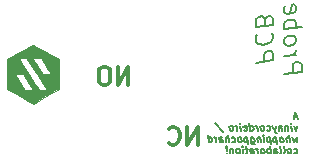
<source format=gbo>
%TF.GenerationSoftware,KiCad,Pcbnew,(6.0.4)*%
%TF.CreationDate,2022-03-24T18:37:27-03:00*%
%TF.ProjectId,PCB_Klicky_Probe,5043425f-4b6c-4696-936b-795f50726f62,rev?*%
%TF.SameCoordinates,Original*%
%TF.FileFunction,Legend,Bot*%
%TF.FilePolarity,Positive*%
%FSLAX46Y46*%
G04 Gerber Fmt 4.6, Leading zero omitted, Abs format (unit mm)*
G04 Created by KiCad (PCBNEW (6.0.4)) date 2022-03-24 18:37:27*
%MOMM*%
%LPD*%
G01*
G04 APERTURE LIST*
%ADD10C,0.005170*%
%ADD11C,0.150000*%
%ADD12C,0.300000*%
%ADD13C,2.540000*%
%ADD14C,6.350000*%
G04 APERTURE END LIST*
D10*
G36*
X94480441Y-84958391D02*
G01*
X95565129Y-85575149D01*
X95565646Y-86188031D01*
X94526175Y-86188031D01*
X94497494Y-86143589D01*
X94055403Y-85463011D01*
X93717697Y-85462753D01*
X93379992Y-85462753D01*
X93388518Y-85477222D01*
X93524791Y-85684207D01*
X93840170Y-86161159D01*
X93857998Y-86188031D01*
X93306353Y-86188031D01*
X92829896Y-85468179D01*
X92499942Y-85467920D01*
X92169988Y-85467920D01*
X92178514Y-85482131D01*
X92644119Y-86188031D01*
X91241879Y-86188031D01*
X91242655Y-85575149D01*
X92319333Y-84958391D01*
X93396011Y-84341632D01*
X94480441Y-84958391D01*
G37*
X94480441Y-84958391D02*
X95565129Y-85575149D01*
X95565646Y-86188031D01*
X94526175Y-86188031D01*
X94497494Y-86143589D01*
X94055403Y-85463011D01*
X93717697Y-85462753D01*
X93379992Y-85462753D01*
X93388518Y-85477222D01*
X93524791Y-85684207D01*
X93840170Y-86161159D01*
X93857998Y-86188031D01*
X93306353Y-86188031D01*
X92829896Y-85468179D01*
X92499942Y-85467920D01*
X92169988Y-85467920D01*
X92178514Y-85482131D01*
X92644119Y-86188031D01*
X91241879Y-86188031D01*
X91242655Y-85575149D01*
X92319333Y-84958391D01*
X93396011Y-84341632D01*
X94480441Y-84958391D01*
G36*
X93074584Y-86840705D02*
G01*
X93601167Y-87638072D01*
X93065799Y-87638072D01*
X92974848Y-87500613D01*
X92525005Y-86822876D01*
X92195051Y-86822618D01*
X91865097Y-86822618D01*
X91873365Y-86836829D01*
X92322433Y-87517924D01*
X92401757Y-87638072D01*
X91240329Y-87638072D01*
X91241104Y-86826494D01*
X91241879Y-86188031D01*
X92644119Y-86188031D01*
X93074584Y-86840705D01*
G37*
X93074584Y-86840705D02*
X93601167Y-87638072D01*
X93065799Y-87638072D01*
X92974848Y-87500613D01*
X92525005Y-86822876D01*
X92195051Y-86822618D01*
X91865097Y-86822618D01*
X91873365Y-86836829D01*
X92322433Y-87517924D01*
X92401757Y-87638072D01*
X91240329Y-87638072D01*
X91241104Y-86826494D01*
X91241879Y-86188031D01*
X92644119Y-86188031D01*
X93074584Y-86840705D01*
G36*
X92762975Y-88184809D02*
G01*
X93095513Y-88186359D01*
X93225106Y-88186513D01*
X93330401Y-88185924D01*
X93400934Y-88184713D01*
X93419895Y-88183912D01*
X93426242Y-88183000D01*
X93312551Y-88010618D01*
X93065799Y-87638072D01*
X93601167Y-87638072D01*
X93962385Y-88184809D01*
X94294923Y-88186100D01*
X94426051Y-88186289D01*
X94531269Y-88185790D01*
X94601061Y-88184671D01*
X94619698Y-88183900D01*
X94625910Y-88183000D01*
X94265725Y-87638072D01*
X95567196Y-87638072D01*
X95567713Y-88072671D01*
X94491035Y-88695888D01*
X94490776Y-88695888D01*
X93728392Y-89136270D01*
X93407380Y-89319623D01*
X93319484Y-89270701D01*
X93085171Y-89137312D01*
X92320108Y-88698731D01*
X91239812Y-88077838D01*
X91240329Y-87638072D01*
X92401757Y-87638072D01*
X92762975Y-88184809D01*
G37*
X92762975Y-88184809D02*
X93095513Y-88186359D01*
X93225106Y-88186513D01*
X93330401Y-88185924D01*
X93400934Y-88184713D01*
X93419895Y-88183912D01*
X93426242Y-88183000D01*
X93312551Y-88010618D01*
X93065799Y-87638072D01*
X93601167Y-87638072D01*
X93962385Y-88184809D01*
X94294923Y-88186100D01*
X94426051Y-88186289D01*
X94531269Y-88185790D01*
X94601061Y-88184671D01*
X94619698Y-88183900D01*
X94625910Y-88183000D01*
X94265725Y-87638072D01*
X95567196Y-87638072D01*
X95567713Y-88072671D01*
X94491035Y-88695888D01*
X94490776Y-88695888D01*
X93728392Y-89136270D01*
X93407380Y-89319623D01*
X93319484Y-89270701D01*
X93085171Y-89137312D01*
X92320108Y-88698731D01*
X91239812Y-88077838D01*
X91240329Y-87638072D01*
X92401757Y-87638072D01*
X92762975Y-88184809D01*
G36*
X94283037Y-86830111D02*
G01*
X94612991Y-86831403D01*
X94741340Y-86831597D01*
X94845840Y-86831098D01*
X94915953Y-86829975D01*
X94934819Y-86829203D01*
X94941136Y-86828302D01*
X94816383Y-86635209D01*
X94526175Y-86188031D01*
X95565646Y-86188031D01*
X95566421Y-86823910D01*
X95567196Y-87638072D01*
X94265725Y-87638072D01*
X93726999Y-86823393D01*
X93306353Y-86188031D01*
X93857998Y-86188031D01*
X94283037Y-86830111D01*
G37*
X94283037Y-86830111D02*
X94612991Y-86831403D01*
X94741340Y-86831597D01*
X94845840Y-86831098D01*
X94915953Y-86829975D01*
X94934819Y-86829203D01*
X94941136Y-86828302D01*
X94816383Y-86635209D01*
X94526175Y-86188031D01*
X95565646Y-86188031D01*
X95566421Y-86823910D01*
X95567196Y-87638072D01*
X94265725Y-87638072D01*
X93726999Y-86823393D01*
X93306353Y-86188031D01*
X93857998Y-86188031D01*
X94283037Y-86830111D01*
D11*
X114668928Y-86799151D02*
X116168928Y-86611651D01*
X116168928Y-86040223D01*
X116097500Y-85906294D01*
X116026071Y-85843794D01*
X115883214Y-85790223D01*
X115668928Y-85817008D01*
X115526071Y-85906294D01*
X115454642Y-85986651D01*
X115383214Y-86138437D01*
X115383214Y-86709866D01*
X114668928Y-85299151D02*
X115668928Y-85174151D01*
X115383214Y-85209866D02*
X115526071Y-85120580D01*
X115597500Y-85040223D01*
X115668928Y-84888437D01*
X115668928Y-84745580D01*
X114668928Y-84156294D02*
X114740357Y-84290223D01*
X114811785Y-84352723D01*
X114954642Y-84406294D01*
X115383214Y-84352723D01*
X115526071Y-84263437D01*
X115597500Y-84183080D01*
X115668928Y-84031294D01*
X115668928Y-83817008D01*
X115597500Y-83683080D01*
X115526071Y-83620580D01*
X115383214Y-83567008D01*
X114954642Y-83620580D01*
X114811785Y-83709866D01*
X114740357Y-83790223D01*
X114668928Y-83942008D01*
X114668928Y-84156294D01*
X114668928Y-83013437D02*
X116168928Y-82825937D01*
X115597500Y-82897366D02*
X115668928Y-82745580D01*
X115668928Y-82459866D01*
X115597500Y-82325937D01*
X115526071Y-82263437D01*
X115383214Y-82209866D01*
X114954642Y-82263437D01*
X114811785Y-82352723D01*
X114740357Y-82433080D01*
X114668928Y-82584866D01*
X114668928Y-82870580D01*
X114740357Y-83004508D01*
X114740357Y-81075937D02*
X114668928Y-81227723D01*
X114668928Y-81513437D01*
X114740357Y-81647366D01*
X114883214Y-81700937D01*
X115454642Y-81629508D01*
X115597500Y-81540223D01*
X115668928Y-81388437D01*
X115668928Y-81102723D01*
X115597500Y-80968794D01*
X115454642Y-80915223D01*
X115311785Y-80933080D01*
X115168928Y-81665223D01*
X112253928Y-85834866D02*
X113753928Y-85647366D01*
X113753928Y-85075937D01*
X113682500Y-84942008D01*
X113611071Y-84879508D01*
X113468214Y-84825937D01*
X113253928Y-84852723D01*
X113111071Y-84942008D01*
X113039642Y-85022366D01*
X112968214Y-85174151D01*
X112968214Y-85745580D01*
X112396785Y-83459866D02*
X112325357Y-83540223D01*
X112253928Y-83763437D01*
X112253928Y-83906294D01*
X112325357Y-84111651D01*
X112468214Y-84236651D01*
X112611071Y-84290223D01*
X112896785Y-84325937D01*
X113111071Y-84299151D01*
X113396785Y-84192008D01*
X113539642Y-84102723D01*
X113682500Y-83942008D01*
X113753928Y-83718794D01*
X113753928Y-83575937D01*
X113682500Y-83370580D01*
X113611071Y-83308080D01*
X113039642Y-82236651D02*
X112968214Y-82031294D01*
X112896785Y-81968794D01*
X112753928Y-81915223D01*
X112539642Y-81942008D01*
X112396785Y-82031294D01*
X112325357Y-82111651D01*
X112253928Y-82263437D01*
X112253928Y-82834866D01*
X113753928Y-82647366D01*
X113753928Y-82147366D01*
X113682500Y-82013437D01*
X113611071Y-81950937D01*
X113468214Y-81897366D01*
X113325357Y-81915223D01*
X113182500Y-82004508D01*
X113111071Y-82084866D01*
X113039642Y-82236651D01*
X113039642Y-82736651D01*
D12*
X107339285Y-92778571D02*
X107339285Y-91278571D01*
X106482142Y-92778571D01*
X106482142Y-91278571D01*
X104910714Y-92635714D02*
X104982142Y-92707142D01*
X105196428Y-92778571D01*
X105339285Y-92778571D01*
X105553571Y-92707142D01*
X105696428Y-92564285D01*
X105767857Y-92421428D01*
X105839285Y-92135714D01*
X105839285Y-91921428D01*
X105767857Y-91635714D01*
X105696428Y-91492857D01*
X105553571Y-91350000D01*
X105339285Y-91278571D01*
X105196428Y-91278571D01*
X104982142Y-91350000D01*
X104910714Y-91421428D01*
D11*
X115783214Y-90451000D02*
X115497500Y-90451000D01*
X115861785Y-90622428D02*
X115586785Y-90022428D01*
X115461785Y-90622428D01*
X115783214Y-91188428D02*
X115690357Y-91588428D01*
X115497500Y-91188428D01*
X115318928Y-91588428D02*
X115268928Y-91188428D01*
X115243928Y-90988428D02*
X115276071Y-91017000D01*
X115251071Y-91045571D01*
X115218928Y-91017000D01*
X115243928Y-90988428D01*
X115251071Y-91045571D01*
X114983214Y-91188428D02*
X115033214Y-91588428D01*
X114990357Y-91245571D02*
X114958214Y-91217000D01*
X114897500Y-91188428D01*
X114811785Y-91188428D01*
X114758214Y-91217000D01*
X114736785Y-91274142D01*
X114776071Y-91588428D01*
X114440357Y-91188428D02*
X114490357Y-91588428D01*
X114447500Y-91245571D02*
X114415357Y-91217000D01*
X114354642Y-91188428D01*
X114268928Y-91188428D01*
X114215357Y-91217000D01*
X114193928Y-91274142D01*
X114233214Y-91588428D01*
X113954642Y-91188428D02*
X113861785Y-91588428D01*
X113668928Y-91188428D02*
X113861785Y-91588428D01*
X113936785Y-91731285D01*
X113968928Y-91759857D01*
X114029642Y-91788428D01*
X113229642Y-91559857D02*
X113290357Y-91588428D01*
X113404642Y-91588428D01*
X113458214Y-91559857D01*
X113483214Y-91531285D01*
X113504642Y-91474142D01*
X113483214Y-91302714D01*
X113447500Y-91245571D01*
X113415357Y-91217000D01*
X113354642Y-91188428D01*
X113240357Y-91188428D01*
X113186785Y-91217000D01*
X112890357Y-91588428D02*
X112943928Y-91559857D01*
X112968928Y-91531285D01*
X112990357Y-91474142D01*
X112968928Y-91302714D01*
X112933214Y-91245571D01*
X112901071Y-91217000D01*
X112840357Y-91188428D01*
X112754642Y-91188428D01*
X112701071Y-91217000D01*
X112676071Y-91245571D01*
X112654642Y-91302714D01*
X112676071Y-91474142D01*
X112711785Y-91531285D01*
X112743928Y-91559857D01*
X112804642Y-91588428D01*
X112890357Y-91588428D01*
X112433214Y-91588428D02*
X112383214Y-91188428D01*
X112397500Y-91302714D02*
X112361785Y-91245571D01*
X112329642Y-91217000D01*
X112268928Y-91188428D01*
X112211785Y-91188428D01*
X111804642Y-91588428D02*
X111729642Y-90988428D01*
X111801071Y-91559857D02*
X111861785Y-91588428D01*
X111976071Y-91588428D01*
X112029642Y-91559857D01*
X112054642Y-91531285D01*
X112076071Y-91474142D01*
X112054642Y-91302714D01*
X112018928Y-91245571D01*
X111986785Y-91217000D01*
X111926071Y-91188428D01*
X111811785Y-91188428D01*
X111758214Y-91217000D01*
X111286785Y-91559857D02*
X111347500Y-91588428D01*
X111461785Y-91588428D01*
X111515357Y-91559857D01*
X111536785Y-91502714D01*
X111508214Y-91274142D01*
X111472500Y-91217000D01*
X111411785Y-91188428D01*
X111297500Y-91188428D01*
X111243928Y-91217000D01*
X111222500Y-91274142D01*
X111229642Y-91331285D01*
X111522500Y-91388428D01*
X111004642Y-91588428D02*
X110954642Y-91188428D01*
X110929642Y-90988428D02*
X110961785Y-91017000D01*
X110936785Y-91045571D01*
X110904642Y-91017000D01*
X110929642Y-90988428D01*
X110936785Y-91045571D01*
X110718928Y-91588428D02*
X110668928Y-91188428D01*
X110683214Y-91302714D02*
X110647500Y-91245571D01*
X110615357Y-91217000D01*
X110554642Y-91188428D01*
X110497500Y-91188428D01*
X110261785Y-91588428D02*
X110315357Y-91559857D01*
X110340357Y-91531285D01*
X110361785Y-91474142D01*
X110340357Y-91302714D01*
X110304642Y-91245571D01*
X110272500Y-91217000D01*
X110211785Y-91188428D01*
X110126071Y-91188428D01*
X110072500Y-91217000D01*
X110047500Y-91245571D01*
X110026071Y-91302714D01*
X110047500Y-91474142D01*
X110083214Y-91531285D01*
X110115357Y-91559857D01*
X110176071Y-91588428D01*
X110261785Y-91588428D01*
X108840357Y-90959857D02*
X109451071Y-91731285D01*
X115783214Y-92154428D02*
X115718928Y-92554428D01*
X115568928Y-92268714D01*
X115490357Y-92554428D01*
X115326071Y-92154428D01*
X115147500Y-92554428D02*
X115072500Y-91954428D01*
X114890357Y-92554428D02*
X114851071Y-92240142D01*
X114872500Y-92183000D01*
X114926071Y-92154428D01*
X115011785Y-92154428D01*
X115072500Y-92183000D01*
X115104642Y-92211571D01*
X114518928Y-92554428D02*
X114572500Y-92525857D01*
X114597500Y-92497285D01*
X114618928Y-92440142D01*
X114597500Y-92268714D01*
X114561785Y-92211571D01*
X114529642Y-92183000D01*
X114468928Y-92154428D01*
X114383214Y-92154428D01*
X114329642Y-92183000D01*
X114304642Y-92211571D01*
X114283214Y-92268714D01*
X114304642Y-92440142D01*
X114340357Y-92497285D01*
X114372500Y-92525857D01*
X114433214Y-92554428D01*
X114518928Y-92554428D01*
X114011785Y-92154428D02*
X114086785Y-92754428D01*
X114015357Y-92183000D02*
X113954642Y-92154428D01*
X113840357Y-92154428D01*
X113786785Y-92183000D01*
X113761785Y-92211571D01*
X113740357Y-92268714D01*
X113761785Y-92440142D01*
X113797500Y-92497285D01*
X113829642Y-92525857D01*
X113890357Y-92554428D01*
X114004642Y-92554428D01*
X114058214Y-92525857D01*
X113468928Y-92154428D02*
X113543928Y-92754428D01*
X113472500Y-92183000D02*
X113411785Y-92154428D01*
X113297500Y-92154428D01*
X113243928Y-92183000D01*
X113218928Y-92211571D01*
X113197500Y-92268714D01*
X113218928Y-92440142D01*
X113254642Y-92497285D01*
X113286785Y-92525857D01*
X113347500Y-92554428D01*
X113461785Y-92554428D01*
X113515357Y-92525857D01*
X112976071Y-92554428D02*
X112926071Y-92154428D01*
X112901071Y-91954428D02*
X112933214Y-91983000D01*
X112908214Y-92011571D01*
X112876071Y-91983000D01*
X112901071Y-91954428D01*
X112908214Y-92011571D01*
X112640357Y-92154428D02*
X112690357Y-92554428D01*
X112647500Y-92211571D02*
X112615357Y-92183000D01*
X112554642Y-92154428D01*
X112468928Y-92154428D01*
X112415357Y-92183000D01*
X112393928Y-92240142D01*
X112433214Y-92554428D01*
X111840357Y-92154428D02*
X111901071Y-92640142D01*
X111936785Y-92697285D01*
X111968928Y-92725857D01*
X112029642Y-92754428D01*
X112115357Y-92754428D01*
X112168928Y-92725857D01*
X111886785Y-92525857D02*
X111947500Y-92554428D01*
X112061785Y-92554428D01*
X112115357Y-92525857D01*
X112140357Y-92497285D01*
X112161785Y-92440142D01*
X112140357Y-92268714D01*
X112104642Y-92211571D01*
X112072500Y-92183000D01*
X112011785Y-92154428D01*
X111897500Y-92154428D01*
X111843928Y-92183000D01*
X111554642Y-92154428D02*
X111629642Y-92754428D01*
X111558214Y-92183000D02*
X111497500Y-92154428D01*
X111383214Y-92154428D01*
X111329642Y-92183000D01*
X111304642Y-92211571D01*
X111283214Y-92268714D01*
X111304642Y-92440142D01*
X111340357Y-92497285D01*
X111372500Y-92525857D01*
X111433214Y-92554428D01*
X111547500Y-92554428D01*
X111601071Y-92525857D01*
X110976071Y-92554428D02*
X111029642Y-92525857D01*
X111054642Y-92497285D01*
X111076071Y-92440142D01*
X111054642Y-92268714D01*
X111018928Y-92211571D01*
X110986785Y-92183000D01*
X110926071Y-92154428D01*
X110840357Y-92154428D01*
X110786785Y-92183000D01*
X110761785Y-92211571D01*
X110740357Y-92268714D01*
X110761785Y-92440142D01*
X110797500Y-92497285D01*
X110829642Y-92525857D01*
X110890357Y-92554428D01*
X110976071Y-92554428D01*
X110258214Y-92525857D02*
X110318928Y-92554428D01*
X110433214Y-92554428D01*
X110486785Y-92525857D01*
X110511785Y-92497285D01*
X110533214Y-92440142D01*
X110511785Y-92268714D01*
X110476071Y-92211571D01*
X110443928Y-92183000D01*
X110383214Y-92154428D01*
X110268928Y-92154428D01*
X110215357Y-92183000D01*
X110004642Y-92554428D02*
X109929642Y-91954428D01*
X109747500Y-92554428D02*
X109708214Y-92240142D01*
X109729642Y-92183000D01*
X109783214Y-92154428D01*
X109868928Y-92154428D01*
X109929642Y-92183000D01*
X109961785Y-92211571D01*
X109204642Y-92554428D02*
X109165357Y-92240142D01*
X109186785Y-92183000D01*
X109240357Y-92154428D01*
X109354642Y-92154428D01*
X109415357Y-92183000D01*
X109201071Y-92525857D02*
X109261785Y-92554428D01*
X109404642Y-92554428D01*
X109458214Y-92525857D01*
X109479642Y-92468714D01*
X109472500Y-92411571D01*
X109436785Y-92354428D01*
X109376071Y-92325857D01*
X109233214Y-92325857D01*
X109172500Y-92297285D01*
X108918928Y-92554428D02*
X108868928Y-92154428D01*
X108883214Y-92268714D02*
X108847500Y-92211571D01*
X108815357Y-92183000D01*
X108754642Y-92154428D01*
X108697500Y-92154428D01*
X108290357Y-92554428D02*
X108215357Y-91954428D01*
X108286785Y-92525857D02*
X108347500Y-92554428D01*
X108461785Y-92554428D01*
X108515357Y-92525857D01*
X108540357Y-92497285D01*
X108561785Y-92440142D01*
X108540357Y-92268714D01*
X108504642Y-92211571D01*
X108472500Y-92183000D01*
X108411785Y-92154428D01*
X108297500Y-92154428D01*
X108243928Y-92183000D01*
X115515357Y-93491857D02*
X115576071Y-93520428D01*
X115690357Y-93520428D01*
X115743928Y-93491857D01*
X115768928Y-93463285D01*
X115790357Y-93406142D01*
X115768928Y-93234714D01*
X115733214Y-93177571D01*
X115701071Y-93149000D01*
X115640357Y-93120428D01*
X115526071Y-93120428D01*
X115472500Y-93149000D01*
X115176071Y-93520428D02*
X115229642Y-93491857D01*
X115254642Y-93463285D01*
X115276071Y-93406142D01*
X115254642Y-93234714D01*
X115218928Y-93177571D01*
X115186785Y-93149000D01*
X115126071Y-93120428D01*
X115040357Y-93120428D01*
X114986785Y-93149000D01*
X114961785Y-93177571D01*
X114940357Y-93234714D01*
X114961785Y-93406142D01*
X114997500Y-93463285D01*
X115029642Y-93491857D01*
X115090357Y-93520428D01*
X115176071Y-93520428D01*
X114633214Y-93520428D02*
X114686785Y-93491857D01*
X114708214Y-93434714D01*
X114643928Y-92920428D01*
X114318928Y-93520428D02*
X114372500Y-93491857D01*
X114393928Y-93434714D01*
X114329642Y-92920428D01*
X113833214Y-93520428D02*
X113793928Y-93206142D01*
X113815357Y-93149000D01*
X113868928Y-93120428D01*
X113983214Y-93120428D01*
X114043928Y-93149000D01*
X113829642Y-93491857D02*
X113890357Y-93520428D01*
X114033214Y-93520428D01*
X114086785Y-93491857D01*
X114108214Y-93434714D01*
X114101071Y-93377571D01*
X114065357Y-93320428D01*
X114004642Y-93291857D01*
X113861785Y-93291857D01*
X113801071Y-93263285D01*
X113547500Y-93520428D02*
X113472500Y-92920428D01*
X113501071Y-93149000D02*
X113440357Y-93120428D01*
X113326071Y-93120428D01*
X113272500Y-93149000D01*
X113247500Y-93177571D01*
X113226071Y-93234714D01*
X113247500Y-93406142D01*
X113283214Y-93463285D01*
X113315357Y-93491857D01*
X113376071Y-93520428D01*
X113490357Y-93520428D01*
X113543928Y-93491857D01*
X112918928Y-93520428D02*
X112972500Y-93491857D01*
X112997500Y-93463285D01*
X113018928Y-93406142D01*
X112997500Y-93234714D01*
X112961785Y-93177571D01*
X112929642Y-93149000D01*
X112868928Y-93120428D01*
X112783214Y-93120428D01*
X112729642Y-93149000D01*
X112704642Y-93177571D01*
X112683214Y-93234714D01*
X112704642Y-93406142D01*
X112740357Y-93463285D01*
X112772500Y-93491857D01*
X112833214Y-93520428D01*
X112918928Y-93520428D01*
X112461785Y-93520428D02*
X112411785Y-93120428D01*
X112426071Y-93234714D02*
X112390357Y-93177571D01*
X112358214Y-93149000D01*
X112297500Y-93120428D01*
X112240357Y-93120428D01*
X111833214Y-93520428D02*
X111793928Y-93206142D01*
X111815357Y-93149000D01*
X111868928Y-93120428D01*
X111983214Y-93120428D01*
X112043928Y-93149000D01*
X111829642Y-93491857D02*
X111890357Y-93520428D01*
X112033214Y-93520428D01*
X112086785Y-93491857D01*
X112108214Y-93434714D01*
X112101071Y-93377571D01*
X112065357Y-93320428D01*
X112004642Y-93291857D01*
X111861785Y-93291857D01*
X111801071Y-93263285D01*
X111583214Y-93120428D02*
X111354642Y-93120428D01*
X111472500Y-92920428D02*
X111536785Y-93434714D01*
X111515357Y-93491857D01*
X111461785Y-93520428D01*
X111404642Y-93520428D01*
X111204642Y-93520428D02*
X111154642Y-93120428D01*
X111129642Y-92920428D02*
X111161785Y-92949000D01*
X111136785Y-92977571D01*
X111104642Y-92949000D01*
X111129642Y-92920428D01*
X111136785Y-92977571D01*
X110833214Y-93520428D02*
X110886785Y-93491857D01*
X110911785Y-93463285D01*
X110933214Y-93406142D01*
X110911785Y-93234714D01*
X110876071Y-93177571D01*
X110843928Y-93149000D01*
X110783214Y-93120428D01*
X110697500Y-93120428D01*
X110643928Y-93149000D01*
X110618928Y-93177571D01*
X110597500Y-93234714D01*
X110618928Y-93406142D01*
X110654642Y-93463285D01*
X110686785Y-93491857D01*
X110747500Y-93520428D01*
X110833214Y-93520428D01*
X110326071Y-93120428D02*
X110376071Y-93520428D01*
X110333214Y-93177571D02*
X110301071Y-93149000D01*
X110240357Y-93120428D01*
X110154642Y-93120428D01*
X110101071Y-93149000D01*
X110079642Y-93206142D01*
X110118928Y-93520428D01*
X109826071Y-93463285D02*
X109801071Y-93491857D01*
X109833214Y-93520428D01*
X109858214Y-93491857D01*
X109826071Y-93463285D01*
X109833214Y-93520428D01*
X109804642Y-93291857D02*
X109790357Y-92949000D01*
X109758214Y-92920428D01*
X109733214Y-92949000D01*
X109804642Y-93291857D01*
X109758214Y-92920428D01*
D12*
X101460714Y-87698571D02*
X101460714Y-86198571D01*
X100603571Y-87698571D01*
X100603571Y-86198571D01*
X99603571Y-86198571D02*
X99317857Y-86198571D01*
X99175000Y-86270000D01*
X99032142Y-86412857D01*
X98960714Y-86698571D01*
X98960714Y-87198571D01*
X99032142Y-87484285D01*
X99175000Y-87627142D01*
X99317857Y-87698571D01*
X99603571Y-87698571D01*
X99746428Y-87627142D01*
X99889285Y-87484285D01*
X99960714Y-87198571D01*
X99960714Y-86698571D01*
X99889285Y-86412857D01*
X99746428Y-86270000D01*
X99603571Y-86198571D01*
%LPC*%
D13*
%TO.C,SW1*%
X103300000Y-81940000D03*
X103300000Y-87020000D03*
X103300000Y-92100000D03*
%TD*%
D14*
%TO.C,H2*%
X97910000Y-92420000D03*
%TD*%
%TO.C,H3*%
X97910000Y-81620000D03*
%TD*%
%TO.C,H1*%
X108710000Y-87020000D03*
%TD*%
M02*

</source>
